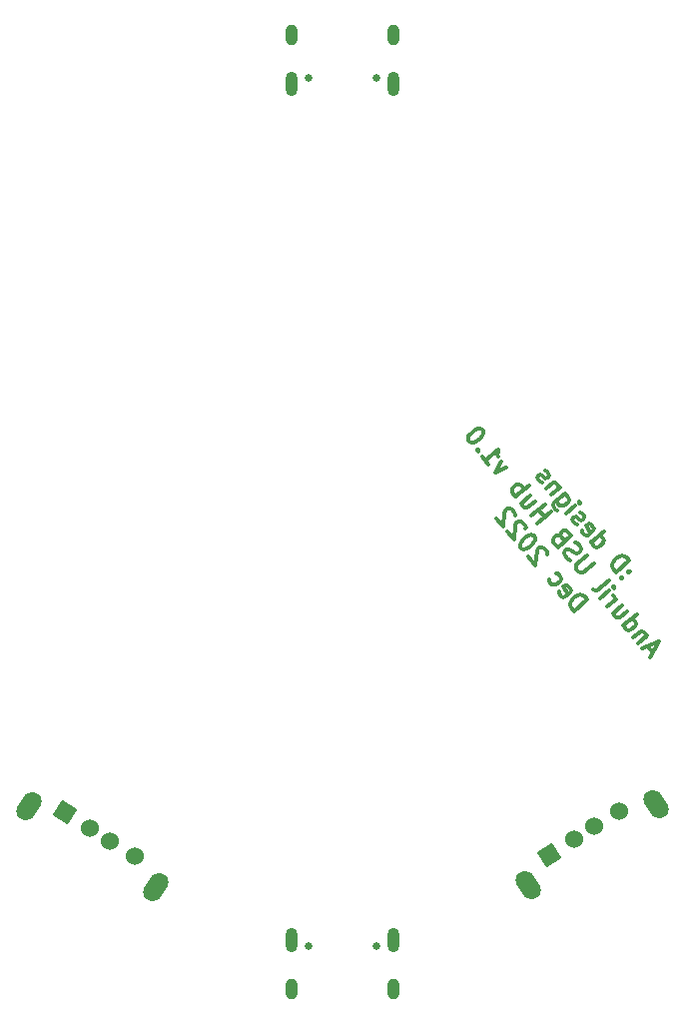
<source format=gbr>
%TF.GenerationSoftware,KiCad,Pcbnew,(6.0.8)*%
%TF.CreationDate,2022-12-04T22:26:40-08:00*%
%TF.ProjectId,Anduril USB Hub,416e6475-7269-46c2-9055-534220487562,rev?*%
%TF.SameCoordinates,Original*%
%TF.FileFunction,Soldermask,Bot*%
%TF.FilePolarity,Negative*%
%FSLAX46Y46*%
G04 Gerber Fmt 4.6, Leading zero omitted, Abs format (unit mm)*
G04 Created by KiCad (PCBNEW (6.0.8)) date 2022-12-04 22:26:40*
%MOMM*%
%LPD*%
G01*
G04 APERTURE LIST*
G04 Aperture macros list*
%AMHorizOval*
0 Thick line with rounded ends*
0 $1 width*
0 $2 $3 position (X,Y) of the first rounded end (center of the circle)*
0 $4 $5 position (X,Y) of the second rounded end (center of the circle)*
0 Add line between two ends*
20,1,$1,$2,$3,$4,$5,0*
0 Add two circle primitives to create the rounded ends*
1,1,$1,$2,$3*
1,1,$1,$4,$5*%
%AMRotRect*
0 Rectangle, with rotation*
0 The origin of the aperture is its center*
0 $1 length*
0 $2 width*
0 $3 Rotation angle, in degrees counterclockwise*
0 Add horizontal line*
21,1,$1,$2,0,0,$3*%
G04 Aperture macros list end*
%ADD10C,0.300000*%
%ADD11RotRect,1.524000X1.524000X32.500000*%
%ADD12C,1.524000*%
%ADD13HorizOval,1.600000X-0.268650X0.421696X0.268650X-0.421696X0*%
%ADD14C,0.650000*%
%ADD15O,1.000000X2.100000*%
%ADD16O,1.000000X1.800000*%
%ADD17RotRect,1.524000X1.524000X327.500000*%
%ADD18HorizOval,1.600000X-0.268650X-0.421696X0.268650X0.421696X0*%
G04 APERTURE END LIST*
D10*
X136145861Y-78584980D02*
X136045230Y-78576176D01*
X136036426Y-78676807D01*
X136137057Y-78685611D01*
X136145861Y-78584980D01*
X136036426Y-78676807D01*
X136747753Y-78079932D02*
X136647122Y-78071128D01*
X136638318Y-78171759D01*
X136738949Y-78180563D01*
X136747753Y-78079932D01*
X136638318Y-78171759D01*
X135577292Y-78129632D02*
X136726359Y-77165451D01*
X136496792Y-76891863D01*
X136304334Y-76773624D01*
X136103072Y-76756016D01*
X135947724Y-76793126D01*
X135682941Y-76922062D01*
X135518788Y-77059802D01*
X135345832Y-77298173D01*
X135282310Y-77444717D01*
X135264702Y-77645979D01*
X135347725Y-77856045D01*
X135577292Y-78129632D01*
X133465275Y-75612629D02*
X134614342Y-74648448D01*
X133519993Y-75566716D02*
X133557102Y-75722064D01*
X133740756Y-75940934D01*
X133887300Y-76004455D01*
X133987931Y-76013259D01*
X134143279Y-75976150D01*
X134471584Y-75700670D01*
X134535106Y-75554125D01*
X134543910Y-75453494D01*
X134506800Y-75298146D01*
X134323147Y-75079276D01*
X134176602Y-75015755D01*
X132693552Y-74581801D02*
X132730661Y-74737150D01*
X132914315Y-74956019D01*
X133060859Y-75019541D01*
X133216207Y-74982432D01*
X133653947Y-74615124D01*
X133717468Y-74468580D01*
X133680359Y-74313232D01*
X133496705Y-74094362D01*
X133350161Y-74030840D01*
X133194813Y-74067950D01*
X133085378Y-74159777D01*
X133435077Y-74798778D01*
X132280331Y-74089344D02*
X132133787Y-74025823D01*
X131950133Y-73806953D01*
X131913024Y-73651604D01*
X131976545Y-73505060D01*
X132031263Y-73459147D01*
X132186611Y-73422037D01*
X132333155Y-73485559D01*
X132470896Y-73649711D01*
X132617440Y-73713233D01*
X132772788Y-73676123D01*
X132827506Y-73630210D01*
X132891027Y-73483666D01*
X132853918Y-73328318D01*
X132716178Y-73164165D01*
X132569633Y-73100644D01*
X131399172Y-73150343D02*
X132165217Y-72507556D01*
X132548239Y-72186162D02*
X132539435Y-72286793D01*
X132438804Y-72277989D01*
X132447608Y-72177358D01*
X132548239Y-72186162D01*
X132438804Y-72277989D01*
X131292862Y-71467924D02*
X130362665Y-72248452D01*
X130299144Y-72394996D01*
X130290340Y-72495627D01*
X130327449Y-72650975D01*
X130465189Y-72815128D01*
X130611734Y-72878649D01*
X130581535Y-72064798D02*
X130618645Y-72220146D01*
X130802298Y-72439016D01*
X130948842Y-72502538D01*
X131049473Y-72511342D01*
X131204822Y-72474232D01*
X131533126Y-72198752D01*
X131596648Y-72052208D01*
X131605452Y-71951577D01*
X131568343Y-71796229D01*
X131384689Y-71577359D01*
X131238145Y-71513837D01*
X130833728Y-70920749D02*
X130067684Y-71563537D01*
X130724293Y-71012576D02*
X130733097Y-70911945D01*
X130695988Y-70756597D01*
X130558248Y-70592445D01*
X130411704Y-70528923D01*
X130256355Y-70566032D01*
X129654463Y-71071080D01*
X129295960Y-70532709D02*
X129149416Y-70469188D01*
X128965762Y-70250318D01*
X128928653Y-70094970D01*
X128992174Y-69948425D01*
X129046892Y-69902512D01*
X129202240Y-69865403D01*
X129348784Y-69928924D01*
X129486525Y-70093076D01*
X129633069Y-70156598D01*
X129788417Y-70119489D01*
X129843135Y-70073575D01*
X129906656Y-69927031D01*
X129869547Y-69771683D01*
X129731807Y-69607530D01*
X129585262Y-69544009D01*
X138692853Y-84932947D02*
X138233719Y-84385773D01*
X138456375Y-85317863D02*
X139284048Y-83970659D01*
X137813588Y-84551818D01*
X138258238Y-83526008D02*
X137492194Y-84168796D01*
X138148803Y-83617835D02*
X138157607Y-83517204D01*
X138120498Y-83361856D01*
X137982758Y-83197703D01*
X137836214Y-83134182D01*
X137680865Y-83171291D01*
X137078973Y-83676339D01*
X136206619Y-82636707D02*
X137355685Y-81672526D01*
X136261336Y-82590794D02*
X136298445Y-82746142D01*
X136482099Y-82965012D01*
X136628643Y-83028533D01*
X136729274Y-83037337D01*
X136884622Y-83000228D01*
X137212927Y-82724748D01*
X137276449Y-82578203D01*
X137285253Y-82477572D01*
X137248143Y-82322224D01*
X137064490Y-82103354D01*
X136917945Y-82039833D01*
X136100308Y-80954288D02*
X135334264Y-81597075D01*
X136513529Y-81446745D02*
X135911637Y-81951792D01*
X135756289Y-81988901D01*
X135609744Y-81925380D01*
X135472004Y-81761228D01*
X135434895Y-81605879D01*
X135443699Y-81505248D01*
X134875130Y-81049901D02*
X135641174Y-80407113D01*
X135422304Y-80590767D02*
X135485826Y-80444222D01*
X135494630Y-80343591D01*
X135457521Y-80188243D01*
X135365694Y-80078808D01*
X134278256Y-80338574D02*
X135044300Y-79695786D01*
X135427322Y-79374392D02*
X135418518Y-79475023D01*
X135317887Y-79466219D01*
X135326691Y-79365588D01*
X135427322Y-79374392D01*
X135317887Y-79466219D01*
X133681381Y-79627247D02*
X133827926Y-79690768D01*
X133983274Y-79653659D01*
X134968188Y-78827218D01*
X133728527Y-77349846D02*
X132798330Y-78130374D01*
X132642981Y-78167483D01*
X132542351Y-78158679D01*
X132395806Y-78095158D01*
X132212153Y-77876288D01*
X132175043Y-77720940D01*
X132183847Y-77620309D01*
X132247369Y-77473764D01*
X133177566Y-76693237D01*
X131669996Y-77119048D02*
X131477538Y-77000809D01*
X131247971Y-76727221D01*
X131210862Y-76571873D01*
X131219666Y-76471242D01*
X131283187Y-76324698D01*
X131392622Y-76232871D01*
X131547971Y-76195762D01*
X131648602Y-76204566D01*
X131795146Y-76268087D01*
X132033517Y-76441044D01*
X132180061Y-76504565D01*
X132280692Y-76513369D01*
X132436040Y-76476260D01*
X132545475Y-76384433D01*
X132608997Y-76237889D01*
X132617801Y-76137258D01*
X132580692Y-75981910D01*
X132351125Y-75708322D01*
X132158667Y-75590083D01*
X130931595Y-75127825D02*
X130739138Y-75009586D01*
X130638507Y-75000782D01*
X130483158Y-75037891D01*
X130319006Y-75175631D01*
X130255485Y-75322175D01*
X130246680Y-75422806D01*
X130283790Y-75578155D01*
X130651097Y-76015894D01*
X131800164Y-75051713D01*
X131478770Y-74668691D01*
X131332226Y-74605169D01*
X131231595Y-74596365D01*
X131076246Y-74633474D01*
X130966812Y-74725301D01*
X130903290Y-74871845D01*
X130894486Y-74972476D01*
X130931595Y-75127825D01*
X131252989Y-75510847D01*
X128952301Y-73991348D02*
X130101368Y-73027167D01*
X129554193Y-73486301D02*
X129003232Y-72829691D01*
X128401340Y-73334739D02*
X129550407Y-72370557D01*
X128295030Y-71652319D02*
X127528986Y-72295107D01*
X128708251Y-72144777D02*
X128106359Y-72649824D01*
X127951010Y-72686933D01*
X127804466Y-72623412D01*
X127666726Y-72459259D01*
X127629617Y-72303911D01*
X127638421Y-72203280D01*
X127069852Y-71747932D02*
X128218918Y-70783751D01*
X127781179Y-71151058D02*
X127744069Y-70995710D01*
X127560416Y-70776840D01*
X127413872Y-70713318D01*
X127313241Y-70704514D01*
X127157892Y-70741624D01*
X126829588Y-71017104D01*
X126766066Y-71163648D01*
X126757262Y-71264279D01*
X126794371Y-71419628D01*
X126978025Y-71638497D01*
X127124569Y-71702019D01*
X126320754Y-69299469D02*
X125325143Y-69668669D01*
X125861620Y-68752294D01*
X124223221Y-68355450D02*
X124774182Y-69012059D01*
X124498701Y-68683755D02*
X125647768Y-67719573D01*
X125575442Y-67966748D01*
X125557834Y-68168010D01*
X125594944Y-68323358D01*
X123919435Y-67771166D02*
X123818804Y-67762362D01*
X123810000Y-67862993D01*
X123910631Y-67871797D01*
X123919435Y-67771166D01*
X123810000Y-67862993D01*
X124316279Y-66132767D02*
X124224453Y-66023332D01*
X124077908Y-65959810D01*
X123977277Y-65951006D01*
X123821929Y-65988116D01*
X123557146Y-66117052D01*
X123283559Y-66346619D01*
X123110602Y-66584990D01*
X123047081Y-66731534D01*
X123038277Y-66832165D01*
X123075386Y-66987513D01*
X123167213Y-67096948D01*
X123313757Y-67160470D01*
X123414388Y-67169274D01*
X123569736Y-67132164D01*
X123834519Y-67003228D01*
X124108107Y-66773661D01*
X124281063Y-66535290D01*
X124344585Y-66388746D01*
X124353389Y-66288115D01*
X124316279Y-66132767D01*
X132037995Y-81425807D02*
X133187061Y-80461626D01*
X132957494Y-80188038D01*
X132765037Y-80069800D01*
X132563775Y-80052191D01*
X132408427Y-80089301D01*
X132143643Y-80218237D01*
X131979491Y-80355977D01*
X131806535Y-80594348D01*
X131743013Y-80740892D01*
X131725405Y-80942154D01*
X131808428Y-81152220D01*
X132037995Y-81425807D01*
X130761224Y-79793087D02*
X130798333Y-79948436D01*
X130981987Y-80167306D01*
X131128531Y-80230827D01*
X131283879Y-80193718D01*
X131721619Y-79826411D01*
X131785140Y-79679866D01*
X131748031Y-79524518D01*
X131564377Y-79305648D01*
X131417833Y-79242127D01*
X131262485Y-79279236D01*
X131153050Y-79371063D01*
X131502749Y-80010064D01*
X129888869Y-78753456D02*
X129925978Y-78908804D01*
X130109632Y-79127674D01*
X130256176Y-79191195D01*
X130356807Y-79199999D01*
X130512155Y-79162890D01*
X130840460Y-78887410D01*
X130903982Y-78740865D01*
X130912786Y-78640235D01*
X130875676Y-78484886D01*
X130692023Y-78266016D01*
X130545479Y-78202495D01*
X129771862Y-76613795D02*
X129780666Y-76513165D01*
X129743556Y-76357816D01*
X129513989Y-76084229D01*
X129367445Y-76020707D01*
X129266814Y-76011903D01*
X129111466Y-76049013D01*
X129002031Y-76140840D01*
X128883792Y-76333297D01*
X128778143Y-77540868D01*
X128181269Y-76829541D01*
X128733462Y-75154032D02*
X128641635Y-75044597D01*
X128495091Y-74981076D01*
X128394460Y-74972272D01*
X128239111Y-75009381D01*
X127974328Y-75138317D01*
X127700741Y-75367884D01*
X127527784Y-75606255D01*
X127464263Y-75752799D01*
X127455459Y-75853430D01*
X127492568Y-76008779D01*
X127584395Y-76118214D01*
X127730939Y-76181735D01*
X127831570Y-76190539D01*
X127986918Y-76153430D01*
X128251702Y-76024494D01*
X128525289Y-75794927D01*
X128698245Y-75556556D01*
X128761767Y-75410011D01*
X128770571Y-75309380D01*
X128733462Y-75154032D01*
X127935326Y-74425097D02*
X127944130Y-74324466D01*
X127907020Y-74169118D01*
X127677453Y-73895531D01*
X127530909Y-73832009D01*
X127430278Y-73823205D01*
X127274930Y-73860314D01*
X127165495Y-73952141D01*
X127047256Y-74144599D01*
X126941607Y-75352169D01*
X126344733Y-74640842D01*
X127017058Y-73330748D02*
X127025862Y-73230117D01*
X126988752Y-73074769D01*
X126759185Y-72801181D01*
X126612641Y-72737660D01*
X126512010Y-72728856D01*
X126356662Y-72765965D01*
X126247227Y-72857792D01*
X126128988Y-73050250D01*
X126023339Y-74257820D01*
X125426465Y-73546493D01*
D11*
%TO.C,J4*%
X129968048Y-102118948D03*
D12*
X132076527Y-100775699D03*
X133763310Y-99701100D03*
X135871788Y-98357851D03*
D13*
X138962383Y-97811752D03*
X128166972Y-104689187D03*
%TD*%
D14*
%TO.C,J3*%
X115278342Y-109806379D03*
X109498342Y-109806379D03*
D15*
X116708342Y-109276379D03*
X108068342Y-109276379D03*
D16*
X108068342Y-113456379D03*
X116708342Y-113456379D03*
%TD*%
D17*
%TO.C,J2*%
X88904897Y-98473916D03*
D12*
X91013376Y-99817165D03*
X92700159Y-100891764D03*
X94808637Y-102235013D03*
D18*
X85814302Y-97927817D03*
X96609713Y-104805252D03*
%TD*%
D14*
%TO.C,J1*%
X109498342Y-36256379D03*
X115278342Y-36256379D03*
D16*
X116708342Y-32606379D03*
D15*
X116708342Y-36786379D03*
X108068342Y-36786379D03*
D16*
X108068342Y-32606379D03*
%TD*%
M02*

</source>
